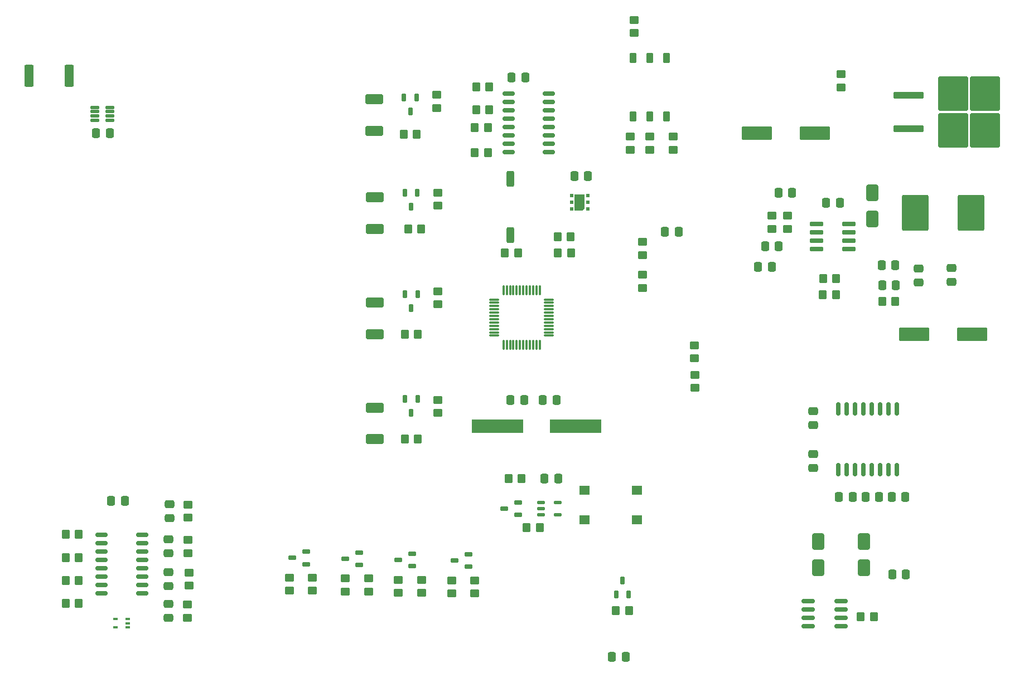
<source format=gtp>
G04 #@! TF.GenerationSoftware,KiCad,Pcbnew,9.0.1*
G04 #@! TF.CreationDate,2025-05-27T11:42:45+02:00*
G04 #@! TF.ProjectId,BANC_TEST_418,42414e43-5f54-4455-9354-5f3431382e6b,rev?*
G04 #@! TF.SameCoordinates,Original*
G04 #@! TF.FileFunction,Paste,Top*
G04 #@! TF.FilePolarity,Positive*
%FSLAX46Y46*%
G04 Gerber Fmt 4.6, Leading zero omitted, Abs format (unit mm)*
G04 Created by KiCad (PCBNEW 9.0.1) date 2025-05-27 11:42:45*
%MOMM*%
%LPD*%
G01*
G04 APERTURE LIST*
G04 Aperture macros list*
%AMRoundRect*
0 Rectangle with rounded corners*
0 $1 Rounding radius*
0 $2 $3 $4 $5 $6 $7 $8 $9 X,Y pos of 4 corners*
0 Add a 4 corners polygon primitive as box body*
4,1,4,$2,$3,$4,$5,$6,$7,$8,$9,$2,$3,0*
0 Add four circle primitives for the rounded corners*
1,1,$1+$1,$2,$3*
1,1,$1+$1,$4,$5*
1,1,$1+$1,$6,$7*
1,1,$1+$1,$8,$9*
0 Add four rect primitives between the rounded corners*
20,1,$1+$1,$2,$3,$4,$5,0*
20,1,$1+$1,$4,$5,$6,$7,0*
20,1,$1+$1,$6,$7,$8,$9,0*
20,1,$1+$1,$8,$9,$2,$3,0*%
%AMFreePoly0*
4,1,6,0.750000,-1.000000,-0.750000,-1.000000,-0.750000,1.150000,-0.500000,1.400000,0.750000,1.400000,0.750000,-1.000000,0.750000,-1.000000,$1*%
G04 Aperture macros list end*
%ADD10RoundRect,0.250000X-0.337500X-0.475000X0.337500X-0.475000X0.337500X0.475000X-0.337500X0.475000X0*%
%ADD11RoundRect,0.250000X-0.450000X0.350000X-0.450000X-0.350000X0.450000X-0.350000X0.450000X0.350000X0*%
%ADD12RoundRect,0.250000X-0.300000X0.500000X-0.300000X-0.500000X0.300000X-0.500000X0.300000X0.500000X0*%
%ADD13RoundRect,0.250000X0.350000X0.450000X-0.350000X0.450000X-0.350000X-0.450000X0.350000X-0.450000X0*%
%ADD14RoundRect,0.100000X0.225000X0.100000X-0.225000X0.100000X-0.225000X-0.100000X0.225000X-0.100000X0*%
%ADD15RoundRect,0.147500X-0.457500X-0.147500X0.457500X-0.147500X0.457500X0.147500X-0.457500X0.147500X0*%
%ADD16RoundRect,0.075000X0.540000X0.225000X-0.540000X0.225000X-0.540000X-0.225000X0.540000X-0.225000X0*%
%ADD17RoundRect,0.250000X-0.350000X-0.450000X0.350000X-0.450000X0.350000X0.450000X-0.350000X0.450000X0*%
%ADD18RoundRect,0.075000X-0.910000X-0.225000X0.910000X-0.225000X0.910000X0.225000X-0.910000X0.225000X0*%
%ADD19RoundRect,0.250000X0.310000X-0.970000X0.310000X0.970000X-0.310000X0.970000X-0.310000X-0.970000X0*%
%ADD20RoundRect,0.250000X0.475000X-0.337500X0.475000X0.337500X-0.475000X0.337500X-0.475000X-0.337500X0*%
%ADD21RoundRect,0.250000X0.650000X-1.000000X0.650000X1.000000X-0.650000X1.000000X-0.650000X-1.000000X0*%
%ADD22RoundRect,0.250000X0.450000X-0.350000X0.450000X0.350000X-0.450000X0.350000X-0.450000X-0.350000X0*%
%ADD23RoundRect,0.250000X-2.050000X-0.300000X2.050000X-0.300000X2.050000X0.300000X-2.050000X0.300000X0*%
%ADD24RoundRect,0.250000X-2.025000X-2.375000X2.025000X-2.375000X2.025000X2.375000X-2.025000X2.375000X0*%
%ADD25RoundRect,0.250000X0.337500X0.475000X-0.337500X0.475000X-0.337500X-0.475000X0.337500X-0.475000X0*%
%ADD26RoundRect,0.249999X-0.450001X-1.425001X0.450001X-1.425001X0.450001X1.425001X-0.450001X1.425001X0*%
%ADD27RoundRect,0.075000X-0.225000X0.540000X-0.225000X-0.540000X0.225000X-0.540000X0.225000X0.540000X0*%
%ADD28RoundRect,0.162500X-0.750000X-0.162500X0.750000X-0.162500X0.750000X0.162500X-0.750000X0.162500X0*%
%ADD29RoundRect,0.125000X-0.537500X-0.125000X0.537500X-0.125000X0.537500X0.125000X-0.537500X0.125000X0*%
%ADD30RoundRect,0.250000X-0.475000X0.337500X-0.475000X-0.337500X0.475000X-0.337500X0.475000X0.337500X0*%
%ADD31RoundRect,0.150000X-0.825000X-0.150000X0.825000X-0.150000X0.825000X0.150000X-0.825000X0.150000X0*%
%ADD32R,1.600000X1.400000*%
%ADD33RoundRect,0.250000X-1.100000X0.500000X-1.100000X-0.500000X1.100000X-0.500000X1.100000X0.500000X0*%
%ADD34R,7.875000X2.000000*%
%ADD35RoundRect,0.250000X1.750000X2.500000X-1.750000X2.500000X-1.750000X-2.500000X1.750000X-2.500000X0*%
%ADD36RoundRect,0.075000X0.225000X-0.540000X0.225000X0.540000X-0.225000X0.540000X-0.225000X-0.540000X0*%
%ADD37RoundRect,0.075000X-0.662500X-0.075000X0.662500X-0.075000X0.662500X0.075000X-0.662500X0.075000X0*%
%ADD38RoundRect,0.075000X-0.075000X-0.662500X0.075000X-0.662500X0.075000X0.662500X-0.075000X0.662500X0*%
%ADD39RoundRect,0.250001X-2.049999X-0.799999X2.049999X-0.799999X2.049999X0.799999X-2.049999X0.799999X0*%
%ADD40RoundRect,0.150000X0.150000X-0.875000X0.150000X0.875000X-0.150000X0.875000X-0.150000X-0.875000X0*%
%ADD41R,0.500000X0.500000*%
%ADD42FreePoly0,180.000000*%
G04 APERTURE END LIST*
D10*
X173012500Y-105850000D03*
X175087500Y-105850000D03*
X172787500Y-93850000D03*
X174862500Y-93850000D03*
D11*
X119050000Y-120100000D03*
X119050000Y-122100000D03*
D12*
X191590000Y-41900000D03*
X189050000Y-41900000D03*
X186510000Y-41900000D03*
X186510000Y-50800000D03*
X189050000Y-50800000D03*
X191590000Y-50800000D03*
D13*
X226300000Y-78900000D03*
X224300000Y-78900000D03*
D14*
X109800000Y-128450000D03*
X109800000Y-127800000D03*
X109800000Y-127150000D03*
X107900000Y-127150000D03*
X107900000Y-128450000D03*
D15*
X172540000Y-109450000D03*
X172540000Y-110400000D03*
X172540000Y-111350000D03*
X175050000Y-111350000D03*
X175050000Y-109450000D03*
D10*
X224225000Y-73400000D03*
X226300000Y-73400000D03*
D16*
X161460000Y-119200000D03*
X161460000Y-117300000D03*
X159340000Y-118250000D03*
D17*
X162637500Y-49795000D03*
X164637500Y-49795000D03*
X175025000Y-69075000D03*
X177025000Y-69075000D03*
D18*
X214300000Y-67090000D03*
X214300000Y-68360000D03*
X214300000Y-69630000D03*
X214300000Y-70900000D03*
X219240000Y-70900000D03*
X219240000Y-69630000D03*
X219240000Y-68360000D03*
X219240000Y-67090000D03*
D11*
X189050000Y-53850000D03*
X189050000Y-55850000D03*
D13*
X217250000Y-77875000D03*
X215250000Y-77875000D03*
D19*
X167800000Y-68855000D03*
X167800000Y-60245000D03*
D17*
X100350000Y-124800000D03*
X102350000Y-124800000D03*
D10*
X225750000Y-108615000D03*
X227825000Y-108615000D03*
D20*
X213825000Y-104190000D03*
X213825000Y-102115000D03*
D21*
X214550000Y-119350000D03*
X214550000Y-115350000D03*
D22*
X156810000Y-95850000D03*
X156810000Y-93850000D03*
D23*
X228325000Y-47585000D03*
D24*
X235050000Y-47350000D03*
X235050000Y-52900000D03*
X239900000Y-47350000D03*
X239900000Y-52900000D03*
D23*
X228325000Y-52665000D03*
D20*
X213825000Y-97690000D03*
X213825000Y-95615000D03*
D11*
X156660000Y-47500000D03*
X156660000Y-49500000D03*
D16*
X144860000Y-118950000D03*
X144860000Y-117050000D03*
X142740000Y-118000000D03*
D17*
X100350000Y-117800000D03*
X102350000Y-117800000D03*
D25*
X169937500Y-93850000D03*
X167862500Y-93850000D03*
D22*
X150850000Y-123200000D03*
X150850000Y-121200000D03*
D26*
X94775000Y-44600000D03*
X100875000Y-44600000D03*
D25*
X227912500Y-120400000D03*
X225837500Y-120400000D03*
D13*
X223050000Y-126850000D03*
X221050000Y-126850000D03*
D11*
X156810000Y-77350000D03*
X156810000Y-79350000D03*
X118925000Y-115150000D03*
X118925000Y-117150000D03*
D20*
X115925000Y-122125000D03*
X115925000Y-120050000D03*
D10*
X104975000Y-53350000D03*
X107050000Y-53350000D03*
D27*
X153610000Y-47940000D03*
X151710000Y-47940000D03*
X152660000Y-50060000D03*
D22*
X146300000Y-123000000D03*
X146300000Y-121000000D03*
D28*
X105762500Y-114355000D03*
X105762500Y-115625000D03*
X105762500Y-116895000D03*
X105762500Y-118165000D03*
X105762500Y-119435000D03*
X105762500Y-120705000D03*
X105762500Y-121975000D03*
X105762500Y-123245000D03*
X111937500Y-123245000D03*
X111937500Y-121975000D03*
X111937500Y-120705000D03*
X111937500Y-119435000D03*
X111937500Y-118165000D03*
X111937500Y-116895000D03*
X111937500Y-115625000D03*
X111937500Y-114355000D03*
D17*
X100350000Y-121300000D03*
X102350000Y-121300000D03*
D22*
X142800000Y-123000000D03*
X142800000Y-121000000D03*
D29*
X104775000Y-49400000D03*
X104775000Y-50050000D03*
X104775000Y-50700000D03*
X104775000Y-51350000D03*
X107050000Y-51350000D03*
X107050000Y-50700000D03*
X107050000Y-50050000D03*
X107050000Y-49400000D03*
D22*
X195825000Y-92050000D03*
X195825000Y-90050000D03*
D30*
X229800000Y-73900000D03*
X229800000Y-75975000D03*
D17*
X162457500Y-56295000D03*
X164457500Y-56295000D03*
D31*
X213075000Y-124445000D03*
X213075000Y-125715000D03*
X213075000Y-126985000D03*
X213075000Y-128255000D03*
X218025000Y-128255000D03*
X218025000Y-126985000D03*
X218025000Y-125715000D03*
X218025000Y-124445000D03*
D17*
X152310000Y-67850000D03*
X154310000Y-67850000D03*
D32*
X179087500Y-107600000D03*
X187087500Y-107600000D03*
X179087500Y-112100000D03*
X187087500Y-112100000D03*
D10*
X177550000Y-59850000D03*
X179625000Y-59850000D03*
D33*
X147310000Y-79050000D03*
X147310000Y-83850000D03*
D10*
X107225000Y-109235000D03*
X109300000Y-109235000D03*
D25*
X185337500Y-132950000D03*
X183262500Y-132950000D03*
D20*
X116150000Y-111825000D03*
X116150000Y-109750000D03*
D17*
X162457500Y-52485000D03*
X164457500Y-52485000D03*
D13*
X169550000Y-105850000D03*
X167550000Y-105850000D03*
D22*
X118925000Y-111775000D03*
X118925000Y-109775000D03*
D27*
X153710000Y-62350000D03*
X151810000Y-62350000D03*
X152760000Y-64470000D03*
D10*
X221750000Y-108615000D03*
X223825000Y-108615000D03*
D11*
X134275000Y-120875000D03*
X134275000Y-122875000D03*
D34*
X165862500Y-97850000D03*
X177737500Y-97850000D03*
D11*
X187890000Y-69850000D03*
X187890000Y-71850000D03*
D35*
X237800000Y-65400000D03*
X229300000Y-65400000D03*
D17*
X151810000Y-99850000D03*
X153810000Y-99850000D03*
X167030000Y-71500000D03*
X169030000Y-71500000D03*
D30*
X234800000Y-73825000D03*
X234800000Y-75900000D03*
D33*
X147310000Y-63050000D03*
X147310000Y-67850000D03*
D17*
X100350000Y-114300000D03*
X102350000Y-114300000D03*
D33*
X147310000Y-95050000D03*
X147310000Y-99850000D03*
D22*
X156810000Y-64350000D03*
X156810000Y-62350000D03*
D20*
X115900000Y-117125000D03*
X115900000Y-115050000D03*
D21*
X222800000Y-66400000D03*
X222800000Y-62400000D03*
D13*
X172300000Y-113250000D03*
X170300000Y-113250000D03*
D16*
X152910000Y-119150000D03*
X152910000Y-117250000D03*
X150790000Y-118200000D03*
D28*
X167550000Y-47350000D03*
X167550000Y-48620000D03*
X167550000Y-49890000D03*
X167550000Y-51160000D03*
X167550000Y-52430000D03*
X167550000Y-53700000D03*
X167550000Y-54970000D03*
X167550000Y-56240000D03*
X173725000Y-56240000D03*
X173725000Y-54970000D03*
X173725000Y-53700000D03*
X173725000Y-52430000D03*
X173725000Y-51160000D03*
X173725000Y-49890000D03*
X173725000Y-48620000D03*
X173725000Y-47350000D03*
D22*
X218050000Y-46350000D03*
X218050000Y-44350000D03*
D10*
X168050000Y-44850000D03*
X170125000Y-44850000D03*
D11*
X207550000Y-65850000D03*
X207550000Y-67850000D03*
D27*
X153760000Y-77790000D03*
X151860000Y-77790000D03*
X152810000Y-79910000D03*
D25*
X208587500Y-70550000D03*
X206512500Y-70550000D03*
D17*
X175075000Y-71550000D03*
X177075000Y-71550000D03*
D36*
X183900000Y-123410000D03*
X185800000Y-123410000D03*
X184850000Y-121290000D03*
D11*
X118800000Y-124950000D03*
X118800000Y-126950000D03*
D16*
X169050000Y-111350000D03*
X169050000Y-109450000D03*
X166930000Y-110400000D03*
D11*
X186050000Y-53850000D03*
X186050000Y-55850000D03*
D10*
X208550000Y-62350000D03*
X210625000Y-62350000D03*
D11*
X192550000Y-53850000D03*
X192550000Y-55850000D03*
D10*
X217750000Y-108615000D03*
X219825000Y-108615000D03*
D37*
X165387500Y-78600000D03*
X165387500Y-79100000D03*
X165387500Y-79600000D03*
X165387500Y-80100000D03*
X165387500Y-80600000D03*
X165387500Y-81100000D03*
X165387500Y-81600000D03*
X165387500Y-82100000D03*
X165387500Y-82600000D03*
X165387500Y-83100000D03*
X165387500Y-83600000D03*
X165387500Y-84100000D03*
D38*
X166800000Y-85512500D03*
X167300000Y-85512500D03*
X167800000Y-85512500D03*
X168300000Y-85512500D03*
X168800000Y-85512500D03*
X169300000Y-85512500D03*
X169800000Y-85512500D03*
X170300000Y-85512500D03*
X170800000Y-85512500D03*
X171300000Y-85512500D03*
X171800000Y-85512500D03*
X172300000Y-85512500D03*
D37*
X173712500Y-84100000D03*
X173712500Y-83600000D03*
X173712500Y-83100000D03*
X173712500Y-82600000D03*
X173712500Y-82100000D03*
X173712500Y-81600000D03*
X173712500Y-81100000D03*
X173712500Y-80600000D03*
X173712500Y-80100000D03*
X173712500Y-79600000D03*
X173712500Y-79100000D03*
X173712500Y-78600000D03*
D38*
X172300000Y-77187500D03*
X171800000Y-77187500D03*
X171300000Y-77187500D03*
X170800000Y-77187500D03*
X170300000Y-77187500D03*
X169800000Y-77187500D03*
X169300000Y-77187500D03*
X168800000Y-77187500D03*
X168300000Y-77187500D03*
X167800000Y-77187500D03*
X167300000Y-77187500D03*
X166800000Y-77187500D03*
D22*
X195800000Y-87550000D03*
X195800000Y-85550000D03*
X154350000Y-123200000D03*
X154350000Y-121200000D03*
D39*
X229150000Y-83900000D03*
X237950000Y-83900000D03*
D22*
X162460000Y-123300000D03*
X162460000Y-121300000D03*
D10*
X215800000Y-63900000D03*
X217875000Y-63900000D03*
D11*
X158960000Y-121300000D03*
X158960000Y-123300000D03*
D22*
X186650000Y-38100000D03*
X186650000Y-36100000D03*
D10*
X191315000Y-68350000D03*
X193390000Y-68350000D03*
D17*
X162637500Y-46295000D03*
X164637500Y-46295000D03*
D13*
X185850000Y-125850000D03*
X183850000Y-125850000D03*
D16*
X136835000Y-118825000D03*
X136835000Y-116925000D03*
X134715000Y-117875000D03*
D27*
X153760000Y-93730000D03*
X151860000Y-93730000D03*
X152810000Y-95850000D03*
D17*
X151660000Y-53500000D03*
X153660000Y-53500000D03*
D22*
X209950000Y-67850000D03*
X209950000Y-65850000D03*
D17*
X151810000Y-83850000D03*
X153810000Y-83850000D03*
D39*
X205250000Y-53350000D03*
X214050000Y-53350000D03*
D30*
X115975000Y-124900000D03*
X115975000Y-126975000D03*
D33*
X147160000Y-48200000D03*
X147160000Y-53000000D03*
D11*
X187890000Y-74850000D03*
X187890000Y-76850000D03*
D21*
X221550000Y-119350000D03*
X221550000Y-115350000D03*
D40*
X217605000Y-104500000D03*
X218875000Y-104500000D03*
X220145000Y-104500000D03*
X221415000Y-104500000D03*
X222685000Y-104500000D03*
X223955000Y-104500000D03*
X225225000Y-104500000D03*
X226495000Y-104500000D03*
X226495000Y-95200000D03*
X225225000Y-95200000D03*
X223955000Y-95200000D03*
X222685000Y-95200000D03*
X221415000Y-95200000D03*
X220145000Y-95200000D03*
X218875000Y-95200000D03*
X217605000Y-95200000D03*
D10*
X205475000Y-73650000D03*
X207550000Y-73650000D03*
D22*
X137775000Y-122875000D03*
X137775000Y-120875000D03*
D41*
X179625000Y-64850000D03*
X179625000Y-63850000D03*
X179625000Y-62850000D03*
X177125000Y-62850000D03*
X177125000Y-63850000D03*
X177125000Y-64850000D03*
D42*
X178375000Y-63650000D03*
D17*
X215300000Y-75400000D03*
X217300000Y-75400000D03*
D10*
X224300000Y-76400000D03*
X226375000Y-76400000D03*
M02*

</source>
